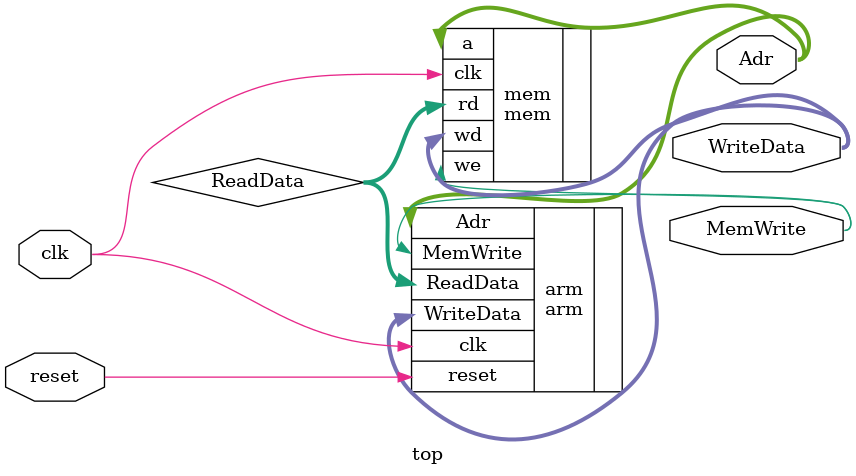
<source format=v>

module top (
    input wire clk,             // Señal de reloj
    input wire reset,           // Señal de reinicio
    output wire [31:0] WriteData, // Datos a escribir en memoria
    output wire [31:0] Adr,       // Dirección de acceso a memoria
    output wire MemWrite          // Señal de escritura a memoria
);

    // Cableado interno
    wire [31:0] PC;
    wire [31:0] Instr;
    wire [31:0] ReadData;

    // Instancia del procesador ARM multicycle
    // Este procesador ejecuta instrucciones incluyendo la nueva instrucción MUL
    arm arm(
        .clk(clk),
        .reset(reset),
        .MemWrite(MemWrite),
        .Adr(Adr),
        .WriteData(WriteData),
        .ReadData(ReadData)
    );

    // Instancia de la memoria RAM compartida
    // La memoria se conecta al procesador a través de WriteData, Adr, y MemWrite
    mem mem(
        .clk(clk),
        .we(MemWrite),
        .a(Adr),
        .wd(WriteData),
        .rd(ReadData)
    );

endmodule
    
</source>
